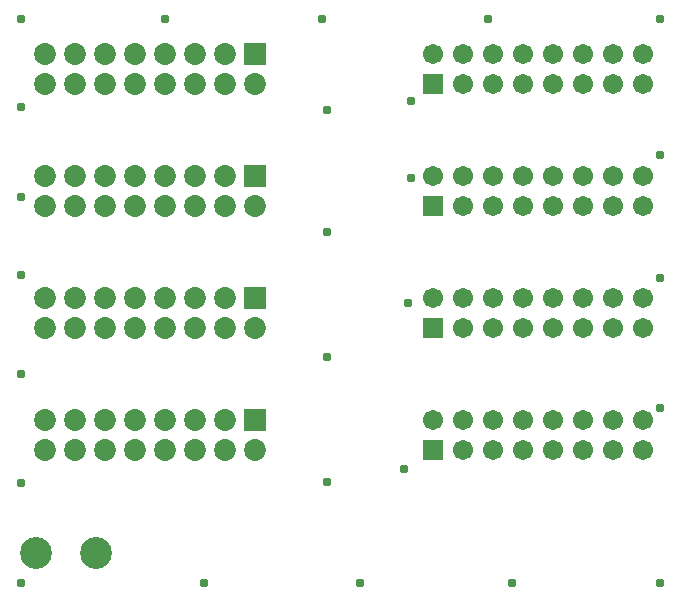
<source format=gbs>
G04*
G04 #@! TF.GenerationSoftware,Altium Limited,Altium Designer,21.6.1 (37)*
G04*
G04 Layer_Color=16711935*
%FSLAX25Y25*%
%MOIN*%
G70*
G04*
G04 #@! TF.SameCoordinates,01938319-B850-4C9D-A5BA-AB94FDF17EC4*
G04*
G04*
G04 #@! TF.FilePolarity,Negative*
G04*
G01*
G75*
%ADD22C,0.06706*%
%ADD23R,0.06706X0.06706*%
%ADD24C,0.10642*%
%ADD25C,0.07300*%
%ADD26R,0.07300X0.07300*%
%ADD27C,0.03100*%
D22*
X142500Y180500D02*
D03*
X152500D02*
D03*
X162500D02*
D03*
X172500D02*
D03*
X182500D02*
D03*
X192500D02*
D03*
X202500D02*
D03*
X212500D02*
D03*
X152500Y170500D02*
D03*
X162500D02*
D03*
X172500D02*
D03*
X182500D02*
D03*
X192500D02*
D03*
X202500D02*
D03*
X212500D02*
D03*
Y89167D02*
D03*
X202500D02*
D03*
X192500D02*
D03*
X182500D02*
D03*
X172500D02*
D03*
X162500D02*
D03*
X152500D02*
D03*
X212500Y99167D02*
D03*
X202500D02*
D03*
X192500D02*
D03*
X182500D02*
D03*
X172500D02*
D03*
X162500D02*
D03*
X152500D02*
D03*
X142500D02*
D03*
X212500Y48500D02*
D03*
X202500D02*
D03*
X192500D02*
D03*
X182500D02*
D03*
X172500D02*
D03*
X162500D02*
D03*
X152500D02*
D03*
X212500Y58500D02*
D03*
X202500D02*
D03*
X192500D02*
D03*
X182500D02*
D03*
X172500D02*
D03*
X162500D02*
D03*
X152500D02*
D03*
X142500D02*
D03*
Y139833D02*
D03*
X152500D02*
D03*
X162500D02*
D03*
X172500D02*
D03*
X182500D02*
D03*
X192500D02*
D03*
X202500D02*
D03*
X212500D02*
D03*
X152500Y129833D02*
D03*
X162500D02*
D03*
X172500D02*
D03*
X182500D02*
D03*
X192500D02*
D03*
X202500D02*
D03*
X212500D02*
D03*
D23*
X142500Y170500D02*
D03*
Y89167D02*
D03*
Y48500D02*
D03*
Y129833D02*
D03*
D24*
X30200Y14043D02*
D03*
X10200D02*
D03*
D25*
X12900Y180500D02*
D03*
X32900D02*
D03*
X52900D02*
D03*
X62900D02*
D03*
X72900D02*
D03*
X42900D02*
D03*
X22900D02*
D03*
X82900Y170500D02*
D03*
X72900D02*
D03*
X62900D02*
D03*
X52900D02*
D03*
X42900D02*
D03*
X32900D02*
D03*
X22900D02*
D03*
X12900D02*
D03*
X12900Y139833D02*
D03*
X32900D02*
D03*
X52900D02*
D03*
X62900D02*
D03*
X72900D02*
D03*
X42900D02*
D03*
X22900D02*
D03*
X82900Y129833D02*
D03*
X72900D02*
D03*
X62900D02*
D03*
X52900D02*
D03*
X42900D02*
D03*
X32900D02*
D03*
X22900D02*
D03*
X12900D02*
D03*
X12900Y99167D02*
D03*
X32900D02*
D03*
X52900D02*
D03*
X62900D02*
D03*
X72900D02*
D03*
X42900D02*
D03*
X22900D02*
D03*
X82900Y89167D02*
D03*
X72900D02*
D03*
X62900D02*
D03*
X52900D02*
D03*
X42900D02*
D03*
X32900D02*
D03*
X22900D02*
D03*
X12900D02*
D03*
Y58500D02*
D03*
X32900D02*
D03*
X52900D02*
D03*
X62900D02*
D03*
X72900D02*
D03*
X42900D02*
D03*
X22900D02*
D03*
X82900Y48500D02*
D03*
X72900D02*
D03*
X62900D02*
D03*
X52900D02*
D03*
X42900D02*
D03*
X32900D02*
D03*
X22900D02*
D03*
X12900D02*
D03*
D26*
X82900Y180500D02*
D03*
X82900Y139833D02*
D03*
X82900Y99167D02*
D03*
Y58500D02*
D03*
D27*
X135181Y164761D02*
D03*
Y138895D02*
D03*
X107000Y161790D02*
D03*
X134100Y97495D02*
D03*
X107000Y121000D02*
D03*
Y79414D02*
D03*
X132705Y41914D02*
D03*
X107000Y37677D02*
D03*
X5000Y4000D02*
D03*
X65962D02*
D03*
X117931D02*
D03*
X168703D02*
D03*
X218000D02*
D03*
Y62296D02*
D03*
Y105710D02*
D03*
Y146747D02*
D03*
X218000Y192000D02*
D03*
X160661D02*
D03*
X105355D02*
D03*
X52900D02*
D03*
X5000Y37290D02*
D03*
Y73638D02*
D03*
Y106602D02*
D03*
Y132722D02*
D03*
Y162600D02*
D03*
Y192000D02*
D03*
M02*

</source>
